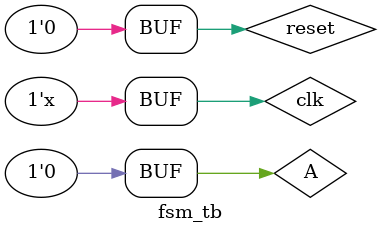
<source format=v>
module fsm_tb;

  // Port declarations for the testbench
  reg clk;
  reg reset;
  reg A;
  wire Y;

  // Instantiate the module under test
  fsm_11010 uut (
    .A(A),
    .clk(clk),
    .reset(reset),
    .Y(Y)
  );

  // Clock generation process
  always #5 clk = ~clk;

  // Stimulus generation
  initial begin
    clk = 0;
    reset = 0;
    A = 1;
    #10 A = 1;
    #10 A = 0;
    #10 A = 1;
    #10 A = 0;
    #10 A = 1;
    #10 A = 0;
    #10 A = 1;
    #10 A = 1;
    #10 A = 0;
    #10 A = 1;
    #10 A = 0;
    #10;
  end

endmodule

</source>
